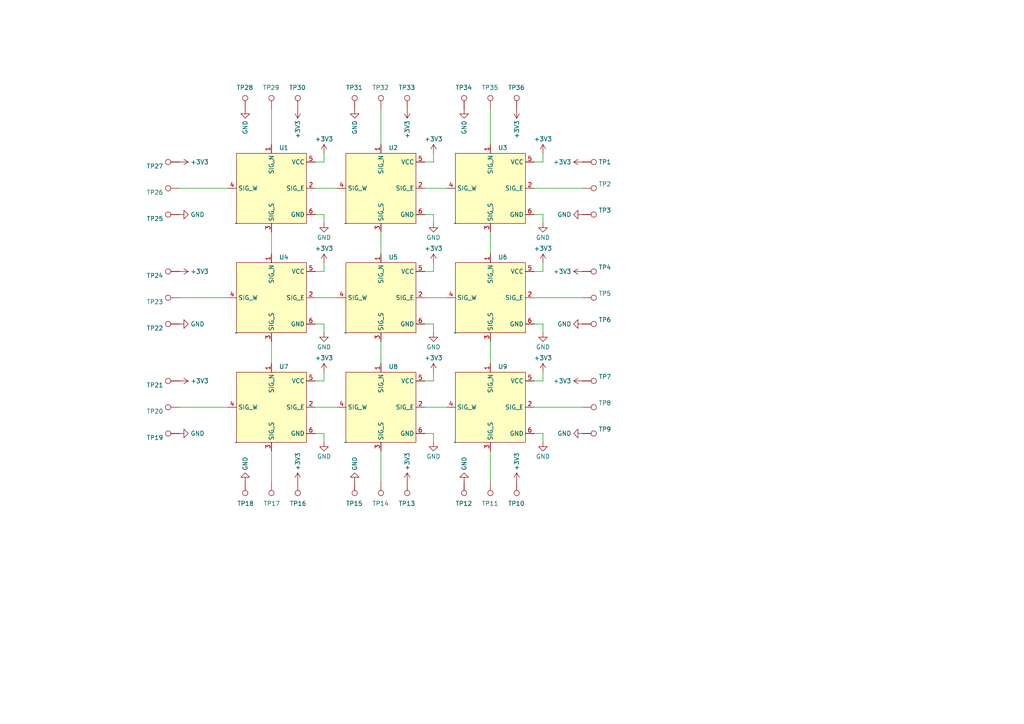
<source format=kicad_sch>
(kicad_sch (version 20230121) (generator eeschema)
  (paper "A4")
  (lib_symbols
    (symbol "Connector:TestPoint" (pin_numbers hide) (pin_names (offset 0.762) hide)
      (property "Reference" "TP" (at 0 6.858 0))
      (property "Value" "TestPoint" (at 0 5.08 0))
      (symbol "TestPoint_0_1"
        (circle (center 0 3.302) (radius 0.762))
      )
      (symbol "TestPoint_1_1"
        (pin passive line (at 0 0 90) (length 2.54) (name "1") (number "1"))
      )
    )
    (symbol "connectors:3x3conn"
      (property "Reference" "U" (at 19.05 21.59 0))
      (symbol "3x3conn_1_1"
        (rectangle (start 0 20.32) (end 20.32 0) (fill (type background)))
        (pin input line (at 10.16 22.86 270) (length 2.54) (name "SIG_N") (number "1"))
        (pin input line (at 22.86 10.16 180) (length 2.54) (name "SIG_E") (number "2"))
        (pin input line (at 10.16 -2.54 90) (length 2.54) (name "SIG_S") (number "3"))
        (pin input line (at -2.54 10.16 0) (length 2.54) (name "SIG_W") (number "4"))
        (pin input line (at 22.86 17.78 180) (length 2.54) (name "VCC") (number "5"))
        (pin input line (at 22.86 2.54 180) (length 2.54) (name "GND") (number "6"))
      )
    )
    (symbol "power:+3V3" (power) (pin_names (offset 0))
      (property "Value" "+3V3" (at 0 3.556 0))
      (symbol "+3V3_0_1"
        (polyline (pts (xy -0.762 1.27) (xy 0 2.54)))
        (polyline (pts (xy 0 0) (xy 0 2.54)))
        (polyline (pts (xy 0 2.54) (xy 0.762 1.27)))
      )
      (symbol "+3V3_1_1"
        (pin power_in line (at 0 0 90) (length 0) hide (name "+3V3") (number "1"))
      )
    )
    (symbol "power:GND" (power) (pin_names (offset 0))
      (property "Value" "GND" (at 0 -3.81 0))
      (symbol "GND_0_1"
        (polyline (pts (xy 0 0) (xy 0 -1.27) (xy 1.27 -1.27) (xy 0 -2.54) (xy -1.27 -1.27) (xy 0 -1.27)))
      )
      (symbol "GND_1_1"
        (pin power_in line (at 0 0 270) (length 0) hide (name "GND") (number "1"))
      )
    )
  )
  (wire (pts (xy 125.73 76.2) (xy 125.73 78.74)))
  (wire (pts (xy 142.24 99.06) (xy 142.24 105.41)))
  (wire (pts (xy 157.48 93.98) (xy 157.48 96.52)))
  (wire (pts (xy 125.73 107.95) (xy 125.73 110.49)))
  (wire (pts (xy 157.48 62.23) (xy 157.48 64.77)))
  (wire (pts (xy 93.98 46.99) (xy 91.44 46.99)))
  (wire (pts (xy 93.98 125.73) (xy 93.98 128.27)))
  (wire (pts (xy 93.98 44.45) (xy 93.98 46.99)))
  (wire (pts (xy 142.24 67.31) (xy 142.24 73.66)))
  (wire (pts (xy 110.49 67.31) (xy 110.49 73.66)))
  (wire (pts (xy 157.48 110.49) (xy 154.94 110.49)))
  (wire (pts (xy 91.44 62.23) (xy 93.98 62.23)))
  (wire (pts (xy 52.07 54.61) (xy 66.04 54.61)))
  (wire (pts (xy 125.73 78.74) (xy 123.19 78.74)))
  (wire (pts (xy 154.94 54.61) (xy 168.91 54.61)))
  (wire (pts (xy 123.19 54.61) (xy 129.54 54.61)))
  (wire (pts (xy 142.24 130.81) (xy 142.24 139.7)))
  (wire (pts (xy 123.19 86.36) (xy 129.54 86.36)))
  (wire (pts (xy 110.49 31.75) (xy 110.49 41.91)))
  (wire (pts (xy 125.73 93.98) (xy 125.73 96.52)))
  (wire (pts (xy 52.07 86.36) (xy 66.04 86.36)))
  (wire (pts (xy 110.49 99.06) (xy 110.49 105.41)))
  (wire (pts (xy 93.98 62.23) (xy 93.98 64.77)))
  (wire (pts (xy 123.19 93.98) (xy 125.73 93.98)))
  (wire (pts (xy 125.73 46.99) (xy 123.19 46.99)))
  (wire (pts (xy 91.44 118.11) (xy 97.79 118.11)))
  (wire (pts (xy 91.44 125.73) (xy 93.98 125.73)))
  (wire (pts (xy 142.24 31.75) (xy 142.24 41.91)))
  (wire (pts (xy 93.98 93.98) (xy 93.98 96.52)))
  (wire (pts (xy 123.19 62.23) (xy 125.73 62.23)))
  (wire (pts (xy 78.74 67.31) (xy 78.74 73.66)))
  (wire (pts (xy 123.19 125.73) (xy 125.73 125.73)))
  (wire (pts (xy 154.94 62.23) (xy 157.48 62.23)))
  (wire (pts (xy 125.73 110.49) (xy 123.19 110.49)))
  (wire (pts (xy 157.48 46.99) (xy 154.94 46.99)))
  (wire (pts (xy 125.73 44.45) (xy 125.73 46.99)))
  (wire (pts (xy 157.48 125.73) (xy 157.48 128.27)))
  (wire (pts (xy 93.98 76.2) (xy 93.98 78.74)))
  (wire (pts (xy 78.74 99.06) (xy 78.74 105.41)))
  (wire (pts (xy 78.74 130.81) (xy 78.74 139.7)))
  (wire (pts (xy 154.94 86.36) (xy 168.91 86.36)))
  (wire (pts (xy 91.44 54.61) (xy 97.79 54.61)))
  (wire (pts (xy 125.73 125.73) (xy 125.73 128.27)))
  (wire (pts (xy 93.98 78.74) (xy 91.44 78.74)))
  (wire (pts (xy 157.48 107.95) (xy 157.48 110.49)))
  (wire (pts (xy 154.94 93.98) (xy 157.48 93.98)))
  (wire (pts (xy 157.48 78.74) (xy 154.94 78.74)))
  (wire (pts (xy 154.94 125.73) (xy 157.48 125.73)))
  (wire (pts (xy 93.98 110.49) (xy 91.44 110.49)))
  (wire (pts (xy 91.44 86.36) (xy 97.79 86.36)))
  (wire (pts (xy 125.73 62.23) (xy 125.73 64.77)))
  (wire (pts (xy 110.49 130.81) (xy 110.49 139.7)))
  (wire (pts (xy 78.74 31.75) (xy 78.74 41.91)))
  (wire (pts (xy 123.19 118.11) (xy 129.54 118.11)))
  (wire (pts (xy 157.48 76.2) (xy 157.48 78.74)))
  (wire (pts (xy 52.07 118.11) (xy 66.04 118.11)))
  (wire (pts (xy 157.48 44.45) (xy 157.48 46.99)))
  (wire (pts (xy 93.98 107.95) (xy 93.98 110.49)))
  (wire (pts (xy 91.44 93.98) (xy 93.98 93.98)))
  (wire (pts (xy 154.94 118.11) (xy 168.91 118.11)))
  (symbol (lib_id "Connector:TestPoint") (at 86.36 31.75 0) (mirror y) (unit 1)
    (property "Reference" "TP30" (at 83.82 25.4 0) (effects (justify right)))
    (property "Value" "TestPoint" (effects hide))
    (property "Footprint" "connectors:edge_pad" (effects hide))
  )
  (symbol (lib_id "power:GND") (at 102.87 31.75 0) (mirror y) (unit 1)
    (property "Reference" "#PWR040" (effects hide))
    (property "Value" "GND" (at 102.87 34.9249 90) (effects (justify right)))
  )
  (symbol (lib_id "Connector:TestPoint") (at 168.91 46.99 270) (unit 1)
    (property "Reference" "TP1" (at 173.609 46.99 90) (effects (justify left)))
    (property "Value" "TestPoint" (effects hide))
    (property "Footprint" "connectors:edge_pad" (effects hide))
  )
  (symbol (lib_id "Connector:TestPoint") (at 168.91 78.74 270) (unit 1)
    (property "Reference" "TP4" (at 173.609 77.5279 90) (effects (justify left)))
    (property "Value" "TestPoint" (effects hide))
    (property "Footprint" "connectors:edge_pad" (effects hide))
  )
  (symbol (lib_id "power:+3V3") (at 157.48 76.2 0) (unit 1)
    (property "Reference" "#PWR017" (effects hide))
    (property "Value" "+3V3" (at 157.48 72.0669 0))
  )
  (symbol (lib_id "power:+3V3") (at 168.91 110.49 90) (unit 1)
    (property "Reference" "#PWR023" (effects hide))
    (property "Value" "+3V3" (at 165.735 110.49 90) (effects (justify left)))
  )
  (symbol (lib_id "power:+3V3") (at 118.11 139.7 0) (unit 1)
    (property "Reference" "#PWR027" (effects hide))
    (property "Value" "+3V3" (at 118.11 136.525 90) (effects (justify left)))
  )
  (symbol (lib_id "power:GND") (at 157.48 64.77 0) (unit 1)
    (property "Reference" "#PWR03" (effects hide))
    (property "Value" "GND" (at 157.48 68.9031 0))
  )
  (symbol (lib_id "Connector:TestPoint") (at 78.74 139.7 0) (mirror x) (unit 1)
    (property "Reference" "TP17" (at 81.28 146.05 0) (effects (justify right)))
    (property "Value" "TestPoint" (effects hide))
    (property "Footprint" "connectors:edge_pad" (effects hide))
  )
  (symbol (lib_id "power:GND") (at 168.91 93.98 270) (unit 1)
    (property "Reference" "#PWR020" (effects hide))
    (property "Value" "GND" (at 165.7351 93.98 90) (effects (justify right)))
  )
  (symbol (lib_id "Connector:TestPoint") (at 102.87 139.7 180) (unit 1)
    (property "Reference" "TP15" (at 100.33 146.05 0) (effects (justify right)))
    (property "Value" "TestPoint" (effects hide))
    (property "Footprint" "connectors:edge_pad" (effects hide))
  )
  (symbol (lib_id "Connector:TestPoint") (at 110.49 31.75 0) (mirror y) (unit 1)
    (property "Reference" "TP32" (at 107.95 25.4 0) (effects (justify right)))
    (property "Value" "TestPoint" (effects hide))
    (property "Footprint" "connectors:edge_pad" (effects hide))
  )
  (symbol (lib_id "Connector:TestPoint") (at 52.07 110.49 90) (unit 1)
    (property "Reference" "TP21" (at 47.371 111.7021 90) (effects (justify left)))
    (property "Value" "TestPoint" (effects hide))
    (property "Footprint" "connectors:edge_pad" (effects hide))
  )
  (symbol (lib_id "connectors:3x3conn") (at 132.08 64.77 0) (unit 1)
    (property "Reference" "U3" (at 144.4341 42.8569 0) (effects (justify left)))
    (property "Value" "~" (at 132.08 64.77 0))
    (property "Footprint" "connectors:3x3conn" (effects hide))
  )
  (symbol (lib_id "connectors:3x3conn") (at 68.58 96.52 0) (unit 1)
    (property "Reference" "U4" (at 80.9341 74.6069 0) (effects (justify left)))
    (property "Value" "~" (at 68.58 96.52 0))
    (property "Footprint" "connectors:3x3conn" (effects hide))
  )
  (symbol (lib_id "power:+3V3") (at 168.91 46.99 90) (unit 1)
    (property "Reference" "#PWR021" (effects hide))
    (property "Value" "+3V3" (at 165.735 46.99 90) (effects (justify left)))
  )
  (symbol (lib_id "Connector:TestPoint") (at 52.07 86.36 90) (unit 1)
    (property "Reference" "TP23" (at 47.371 87.5721 90) (effects (justify left)))
    (property "Value" "TestPoint" (effects hide))
    (property "Footprint" "connectors:edge_pad" (effects hide))
  )
  (symbol (lib_id "Connector:TestPoint") (at 118.11 139.7 180) (unit 1)
    (property "Reference" "TP13" (at 115.57 146.05 0) (effects (justify right)))
    (property "Value" "TestPoint" (effects hide))
    (property "Footprint" "connectors:edge_pad" (effects hide))
  )
  (symbol (lib_id "Connector:TestPoint") (at 52.07 62.23 90) (unit 1)
    (property "Reference" "TP25" (at 47.371 63.4421 90) (effects (justify left)))
    (property "Value" "TestPoint" (effects hide))
    (property "Footprint" "connectors:edge_pad" (effects hide))
  )
  (symbol (lib_id "power:+3V3") (at 86.36 139.7 0) (unit 1)
    (property "Reference" "#PWR029" (effects hide))
    (property "Value" "+3V3" (at 86.36 136.525 90) (effects (justify left)))
  )
  (symbol (lib_id "power:GND") (at 125.73 96.52 0) (unit 1)
    (property "Reference" "#PWR05" (effects hide))
    (property "Value" "GND" (at 125.73 100.6531 0))
  )
  (symbol (lib_id "power:+3V3") (at 93.98 76.2 0) (unit 1)
    (property "Reference" "#PWR011" (effects hide))
    (property "Value" "+3V3" (at 93.98 72.0669 0))
  )
  (symbol (lib_id "Connector:TestPoint") (at 168.91 110.49 270) (unit 1)
    (property "Reference" "TP7" (at 173.609 109.2779 90) (effects (justify left)))
    (property "Value" "TestPoint" (effects hide))
    (property "Footprint" "connectors:edge_pad" (effects hide))
  )
  (symbol (lib_id "power:GND") (at 93.98 128.27 0) (unit 1)
    (property "Reference" "#PWR07" (effects hide))
    (property "Value" "GND" (at 93.98 132.4031 0))
  )
  (symbol (lib_id "Connector:TestPoint") (at 110.49 139.7 180) (unit 1)
    (property "Reference" "TP14" (at 107.95 146.05 0) (effects (justify right)))
    (property "Value" "TestPoint" (effects hide))
    (property "Footprint" "connectors:edge_pad" (effects hide))
  )
  (symbol (lib_id "power:+3V3") (at 52.07 110.49 270) (mirror x) (unit 1)
    (property "Reference" "#PWR031" (effects hide))
    (property "Value" "+3V3" (at 55.245 110.49 90) (effects (justify left)))
  )
  (symbol (lib_id "connectors:3x3conn") (at 100.33 96.52 0) (unit 1)
    (property "Reference" "U5" (at 112.6841 74.6069 0) (effects (justify left)))
    (property "Value" "~" (at 100.33 96.52 0))
    (property "Footprint" "connectors:3x3conn" (effects hide))
  )
  (symbol (lib_id "Connector:TestPoint") (at 71.12 31.75 0) (mirror y) (unit 1)
    (property "Reference" "TP28" (at 68.58 25.4 0) (effects (justify right)))
    (property "Value" "TestPoint" (effects hide))
    (property "Footprint" "connectors:edge_pad" (effects hide))
  )
  (symbol (lib_id "Connector:TestPoint") (at 78.74 31.75 0) (mirror y) (unit 1)
    (property "Reference" "TP29" (at 76.2 25.4 0) (effects (justify right)))
    (property "Value" "TestPoint" (effects hide))
    (property "Footprint" "connectors:edge_pad" (effects hide))
  )
  (symbol (lib_id "power:GND") (at 93.98 64.77 0) (unit 1)
    (property "Reference" "#PWR09" (effects hide))
    (property "Value" "GND" (at 93.98 68.9031 0))
  )
  (symbol (lib_id "power:GND") (at 125.73 128.27 0) (unit 1)
    (property "Reference" "#PWR06" (effects hide))
    (property "Value" "GND" (at 125.73 132.4031 0))
  )
  (symbol (lib_id "Connector:TestPoint") (at 168.91 86.36 270) (unit 1)
    (property "Reference" "TP5" (at 173.609 85.1479 90) (effects (justify left)))
    (property "Value" "TestPoint" (effects hide))
    (property "Footprint" "connectors:edge_pad" (effects hide))
  )
  (symbol (lib_id "power:+3V3") (at 52.07 78.74 270) (mirror x) (unit 1)
    (property "Reference" "#PWR033" (effects hide))
    (property "Value" "+3V3" (at 55.245 78.74 90) (effects (justify left)))
  )
  (symbol (lib_id "power:+3V3") (at 125.73 107.95 0) (unit 1)
    (property "Reference" "#PWR015" (effects hide))
    (property "Value" "+3V3" (at 125.73 103.8169 0))
  )
  (symbol (lib_id "power:+3V3") (at 118.11 31.75 0) (mirror x) (unit 1)
    (property "Reference" "#PWR039" (effects hide))
    (property "Value" "+3V3" (at 118.11 34.925 90) (effects (justify left)))
  )
  (symbol (lib_id "Connector:TestPoint") (at 102.87 31.75 0) (mirror y) (unit 1)
    (property "Reference" "TP31" (at 100.33 25.4 0) (effects (justify right)))
    (property "Value" "TestPoint" (effects hide))
    (property "Footprint" "connectors:edge_pad" (effects hide))
  )
  (symbol (lib_id "connectors:3x3conn") (at 100.33 128.27 0) (unit 1)
    (property "Reference" "U8" (at 112.6841 106.3569 0) (effects (justify left)))
    (property "Value" "~" (at 100.33 128.27 0))
    (property "Footprint" "connectors:3x3conn" (effects hide))
  )
  (symbol (lib_id "Connector:TestPoint") (at 168.91 93.98 270) (unit 1)
    (property "Reference" "TP6" (at 173.609 92.7679 90) (effects (justify left)))
    (property "Value" "TestPoint" (effects hide))
    (property "Footprint" "connectors:edge_pad" (effects hide))
  )
  (symbol (lib_id "Connector:TestPoint") (at 134.62 139.7 180) (unit 1)
    (property "Reference" "TP12" (at 132.08 146.05 0) (effects (justify right)))
    (property "Value" "TestPoint" (effects hide))
    (property "Footprint" "connectors:edge_pad" (effects hide))
  )
  (symbol (lib_id "power:GND") (at 168.91 62.23 270) (unit 1)
    (property "Reference" "#PWR022" (effects hide))
    (property "Value" "GND" (at 165.7351 62.23 90) (effects (justify right)))
  )
  (symbol (lib_id "connectors:3x3conn") (at 132.08 128.27 0) (unit 1)
    (property "Reference" "U9" (at 144.4341 106.3569 0) (effects (justify left)))
    (property "Value" "~" (at 132.08 128.27 0))
    (property "Footprint" "connectors:3x3conn" (effects hide))
  )
  (symbol (lib_id "power:+3V3") (at 52.07 46.99 270) (mirror x) (unit 1)
    (property "Reference" "#PWR035" (effects hide))
    (property "Value" "+3V3" (at 55.245 46.99 90) (effects (justify left)))
  )
  (symbol (lib_id "power:GND") (at 125.73 64.77 0) (unit 1)
    (property "Reference" "#PWR04" (effects hide))
    (property "Value" "GND" (at 125.73 68.9031 0))
  )
  (symbol (lib_id "Connector:TestPoint") (at 52.07 93.98 90) (unit 1)
    (property "Reference" "TP22" (at 47.371 95.1921 90) (effects (justify left)))
    (property "Value" "TestPoint" (effects hide))
    (property "Footprint" "connectors:edge_pad" (effects hide))
  )
  (symbol (lib_id "Connector:TestPoint") (at 149.86 31.75 0) (mirror y) (unit 1)
    (property "Reference" "TP36" (at 147.32 25.4 0) (effects (justify right)))
    (property "Value" "TestPoint" (effects hide))
    (property "Footprint" "connectors:edge_pad" (effects hide))
  )
  (symbol (lib_id "power:GND") (at 134.62 31.75 0) (mirror y) (unit 1)
    (property "Reference" "#PWR042" (effects hide))
    (property "Value" "GND" (at 134.62 34.9249 90) (effects (justify right)))
  )
  (symbol (lib_id "connectors:3x3conn") (at 68.58 64.77 0) (unit 1)
    (property "Reference" "U1" (at 80.9341 42.8569 0) (effects (justify left)))
    (property "Value" "~" (at 68.58 64.77 0))
    (property "Footprint" "connectors:3x3conn" (effects hide))
  )
  (symbol (lib_id "Connector:TestPoint") (at 52.07 54.61 90) (unit 1)
    (property "Reference" "TP26" (at 47.371 55.8221 90) (effects (justify left)))
    (property "Value" "TestPoint" (effects hide))
    (property "Footprint" "connectors:edge_pad" (effects hide))
  )
  (symbol (lib_id "Connector:TestPoint") (at 168.91 62.23 270) (unit 1)
    (property "Reference" "TP3" (at 173.609 61.0179 90) (effects (justify left)))
    (property "Value" "TestPoint" (effects hide))
    (property "Footprint" "connectors:edge_pad" (effects hide))
  )
  (symbol (lib_id "power:GND") (at 157.48 128.27 0) (unit 1)
    (property "Reference" "#PWR01" (effects hide))
    (property "Value" "GND" (at 157.48 132.4031 0))
  )
  (symbol (lib_id "power:+3V3") (at 86.36 31.75 0) (mirror x) (unit 1)
    (property "Reference" "#PWR037" (effects hide))
    (property "Value" "+3V3" (at 86.36 34.925 90) (effects (justify left)))
  )
  (symbol (lib_id "Connector:TestPoint") (at 71.12 139.7 0) (mirror x) (unit 1)
    (property "Reference" "TP18" (at 73.66 146.05 0) (effects (justify right)))
    (property "Value" "TestPoint" (effects hide))
    (property "Footprint" "connectors:edge_pad" (effects hide))
  )
  (symbol (lib_id "Connector:TestPoint") (at 168.91 125.73 270) (unit 1)
    (property "Reference" "TP9" (at 173.609 124.5179 90) (effects (justify left)))
    (property "Value" "TestPoint" (effects hide))
    (property "Footprint" "connectors:edge_pad" (effects hide))
  )
  (symbol (lib_id "Connector:TestPoint") (at 52.07 125.73 90) (unit 1)
    (property "Reference" "TP19" (at 47.371 126.9421 90) (effects (justify left)))
    (property "Value" "TestPoint" (effects hide))
    (property "Footprint" "connectors:edge_pad" (effects hide))
  )
  (symbol (lib_id "power:GND") (at 157.48 96.52 0) (unit 1)
    (property "Reference" "#PWR02" (effects hide))
    (property "Value" "GND" (at 157.48 100.6531 0))
  )
  (symbol (lib_id "power:+3V3") (at 125.73 44.45 0) (unit 1)
    (property "Reference" "#PWR013" (effects hide))
    (property "Value" "+3V3" (at 125.73 40.3169 0))
  )
  (symbol (lib_id "Connector:TestPoint") (at 52.07 46.99 90) (unit 1)
    (property "Reference" "TP27" (at 47.371 48.2021 90) (effects (justify left)))
    (property "Value" "TestPoint" (effects hide))
    (property "Footprint" "connectors:edge_pad" (effects hide))
  )
  (symbol (lib_id "power:+3V3") (at 93.98 44.45 0) (unit 1)
    (property "Reference" "#PWR012" (effects hide))
    (property "Value" "+3V3" (at 93.98 40.3169 0))
  )
  (symbol (lib_id "Connector:TestPoint") (at 52.07 78.74 90) (unit 1)
    (property "Reference" "TP24" (at 47.371 79.9521 90) (effects (justify left)))
    (property "Value" "TestPoint" (effects hide))
    (property "Footprint" "connectors:edge_pad" (effects hide))
  )
  (symbol (lib_id "power:GND") (at 93.98 96.52 0) (unit 1)
    (property "Reference" "#PWR08" (effects hide))
    (property "Value" "GND" (at 93.98 100.6531 0))
  )
  (symbol (lib_id "power:GND") (at 102.87 139.7 180) (unit 1)
    (property "Reference" "#PWR028" (effects hide))
    (property "Value" "GND" (at 102.87 136.5251 90) (effects (justify right)))
  )
  (symbol (lib_id "power:GND") (at 71.12 139.7 180) (unit 1)
    (property "Reference" "#PWR030" (effects hide))
    (property "Value" "GND" (at 71.12 136.5251 90) (effects (justify right)))
  )
  (symbol (lib_id "power:GND") (at 134.62 139.7 180) (unit 1)
    (property "Reference" "#PWR026" (effects hide))
    (property "Value" "GND" (at 134.62 136.5251 90) (effects (justify right)))
  )
  (symbol (lib_id "power:+3V3") (at 157.48 44.45 0) (unit 1)
    (property "Reference" "#PWR016" (effects hide))
    (property "Value" "+3V3" (at 157.48 40.3169 0))
  )
  (symbol (lib_id "Connector:TestPoint") (at 52.07 118.11 90) (unit 1)
    (property "Reference" "TP20" (at 47.371 119.3221 90) (effects (justify left)))
    (property "Value" "TestPoint" (effects hide))
    (property "Footprint" "connectors:edge_pad" (effects hide))
  )
  (symbol (lib_id "power:GND") (at 52.07 125.73 90) (mirror x) (unit 1)
    (property "Reference" "#PWR032" (effects hide))
    (property "Value" "GND" (at 55.2449 125.73 90) (effects (justify right)))
  )
  (symbol (lib_id "power:GND") (at 52.07 62.23 90) (mirror x) (unit 1)
    (property "Reference" "#PWR036" (effects hide))
    (property "Value" "GND" (at 55.2449 62.23 90) (effects (justify right)))
  )
  (symbol (lib_id "Connector:TestPoint") (at 134.62 31.75 0) (mirror y) (unit 1)
    (property "Reference" "TP34" (at 132.08 25.4 0) (effects (justify right)))
    (property "Value" "TestPoint" (effects hide))
    (property "Footprint" "connectors:edge_pad" (effects hide))
  )
  (symbol (lib_id "Connector:TestPoint") (at 168.91 118.11 270) (unit 1)
    (property "Reference" "TP8" (at 173.609 116.8979 90) (effects (justify left)))
    (property "Value" "TestPoint" (effects hide))
    (property "Footprint" "connectors:edge_pad" (effects hide))
  )
  (symbol (lib_id "power:+3V3") (at 149.86 139.7 0) (unit 1)
    (property "Reference" "#PWR025" (effects hide))
    (property "Value" "+3V3" (at 149.86 136.525 90) (effects (justify left)))
  )
  (symbol (lib_id "Connector:TestPoint") (at 86.36 139.7 0) (mirror x) (unit 1)
    (property "Reference" "TP16" (at 88.9 146.05 0) (effects (justify right)))
    (property "Value" "TestPoint" (effects hide))
    (property "Footprint" "connectors:edge_pad" (effects hide))
  )
  (symbol (lib_id "Connector:TestPoint") (at 142.24 139.7 180) (unit 1)
    (property "Reference" "TP11" (at 139.7 146.05 0) (effects (justify right)))
    (property "Value" "TestPoint" (effects hide))
    (property "Footprint" "connectors:edge_pad" (effects hide))
  )
  (symbol (lib_id "Connector:TestPoint") (at 118.11 31.75 0) (mirror y) (unit 1)
    (property "Reference" "TP33" (at 115.57 25.4 0) (effects (justify right)))
    (property "Value" "TestPoint" (effects hide))
    (property "Footprint" "connectors:edge_pad" (effects hide))
  )
  (symbol (lib_id "Connector:TestPoint") (at 142.24 31.75 0) (mirror y) (unit 1)
    (property "Reference" "TP35" (at 139.7 25.4 0) (effects (justify right)))
    (property "Value" "TestPoint" (effects hide))
    (property "Footprint" "connectors:edge_pad" (effects hide))
  )
  (symbol (lib_id "power:+3V3") (at 157.48 107.95 0) (unit 1)
    (property "Reference" "#PWR018" (effects hide))
    (property "Value" "+3V3" (at 157.48 103.8169 0))
  )
  (symbol (lib_id "connectors:3x3conn") (at 100.33 64.77 0) (unit 1)
    (property "Reference" "U2" (at 112.6841 42.8569 0) (effects (justify left)))
    (property "Value" "~" (at 100.33 64.77 0))
    (property "Footprint" "connectors:3x3conn" (effects hide))
  )
  (symbol (lib_id "power:GND") (at 52.07 93.98 90) (mirror x) (unit 1)
    (property "Reference" "#PWR034" (effects hide))
    (property "Value" "GND" (at 55.2449 93.98 90) (effects (justify right)))
  )
  (symbol (lib_id "power:GND") (at 71.12 31.75 0) (mirror y) (unit 1)
    (property "Reference" "#PWR038" (effects hide))
    (property "Value" "GND" (at 71.12 34.9249 90) (effects (justify right)))
  )
  (symbol (lib_id "power:+3V3") (at 149.86 31.75 0) (mirror x) (unit 1)
    (property "Reference" "#PWR041" (effects hide))
    (property "Value" "+3V3" (at 149.86 34.925 90) (effects (justify left)))
  )
  (symbol (lib_id "Connector:TestPoint") (at 149.86 139.7 180) (unit 1)
    (property "Reference" "TP10" (at 147.32 146.05 0) (effects (justify right)))
    (property "Value" "TestPoint" (effects hide))
    (property "Footprint" "connectors:edge_pad" (effects hide))
  )
  (symbol (lib_id "power:+3V3") (at 168.91 78.74 90) (unit 1)
    (property "Reference" "#PWR019" (effects hide))
    (property "Value" "+3V3" (at 165.735 78.74 90) (effects (justify left)))
  )
  (symbol (lib_id "Connector:TestPoint") (at 168.91 54.61 270) (unit 1)
    (property "Reference" "TP2" (at 173.609 53.3979 90) (effects (justify left)))
    (property "Value" "TestPoint" (effects hide))
    (property "Footprint" "connectors:edge_pad" (effects hide))
  )
  (symbol (lib_id "power:+3V3") (at 125.73 76.2 0) (unit 1)
    (property "Reference" "#PWR014" (effects hide))
    (property "Value" "+3V3" (at 125.73 72.0669 0))
  )
  (symbol (lib_id "power:+3V3") (at 93.98 107.95 0) (unit 1)
    (property "Reference" "#PWR010" (effects hide))
    (property "Value" "+3V3" (at 93.98 103.8169 0))
  )
  (symbol (lib_id "connectors:3x3conn") (at 68.58 128.27 0) (unit 1)
    (property "Reference" "U7" (at 80.9341 106.3569 0) (effects (justify left)))
    (property "Value" "~" (at 68.58 128.27 0))
    (property "Footprint" "connectors:3x3conn" (effects hide))
  )
  (symbol (lib_id "power:GND") (at 168.91 125.73 270) (unit 1)
    (property "Reference" "#PWR024" (effects hide))
    (property "Value" "GND" (at 165.7351 125.73 90) (effects (justify right)))
  )
  (symbol (lib_id "connectors:3x3conn") (at 132.08 96.52 0) (unit 1)
    (property "Reference" "U6" (at 144.4341 74.6069 0) (effects (justify left)))
    (property "Value" "~" (at 132.08 96.52 0))
    (property "Footprint" "connectors:3x3conn" (effects hide))
  )
)
</source>
